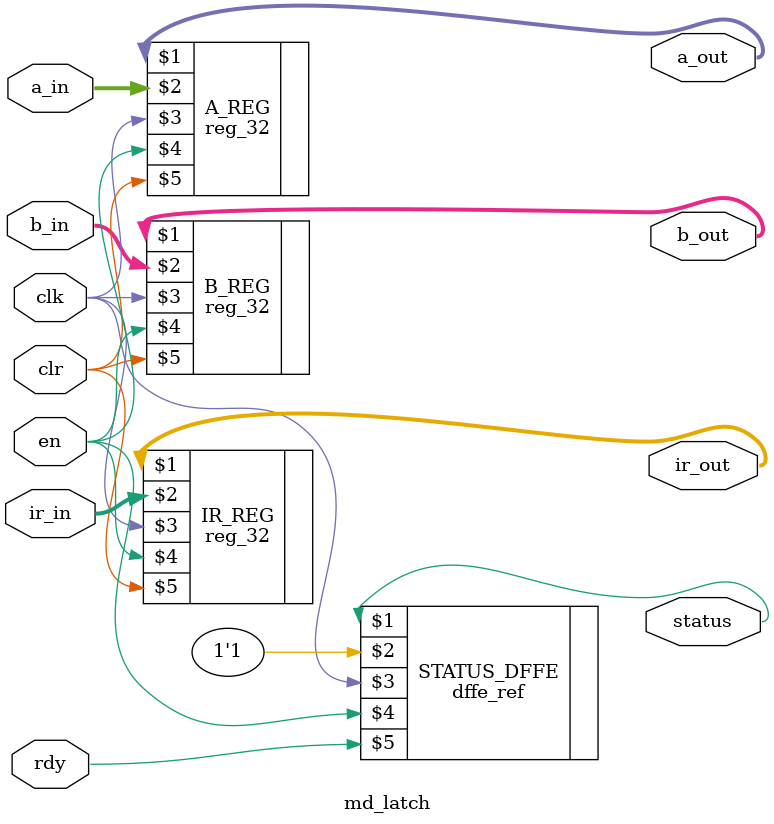
<source format=v>
module sr_latch (S, R, Q);

	input S, R; 
	output Q;
	wire not_q;

	nor(not_q, S, Q);
	nor(Q, R, not_q);

endmodule

module fd_latch(pc_in, pc_out, ir_in, ir_out, clk, en, clr);

	input [31:0] pc_in, ir_in;
	input clk, en, clr;

	output [31:0] pc_out, ir_out;

	reg_32 PC_REG(pc_out, pc_in, clk, en, clr);
	reg_32 IR_REG(ir_out, ir_in, clk, en, clr);

endmodule

module dx_latch(pc_in, pc_out, a_in, a_out, b_in, b_out, ir_in, ir_out, clk, en, clr);

	input [31:0] pc_in, a_in, b_in, ir_in;
	input clk, en, clr;

	output [31:0] pc_out, a_out, b_out, ir_out;

	reg_32 PC_REG(pc_out, pc_in, clk, en, clr);
	reg_32 A_REG(a_out, a_in, clk, en, clr);
	reg_32 B_REG(b_out, b_in, clk, en, clr);
	reg_32 IR_REG(ir_out, ir_in, clk, en, clr);

endmodule

module xm_latch(o_in, o_out, b_in, b_out, ir_in, ir_out, ovf_in, ovf_out, clk, en, clr);

	input [31:0] o_in, b_in, ir_in;
	input ovf_in, clk, en, clr;

	output [31:0] o_out, b_out, ir_out;
	output ovf_out;

	reg_32 O_REG(o_out, o_in, clk, en, clr);
	reg_32 B_REG(b_out, b_in, clk, en, clr);
	reg_32 IR_REG(ir_out, ir_in, clk, en, clr);

	dffe_ref OVF_DFFE(ovf_out, ovf_in, clk, en, clr);

endmodule

module mw_latch(o_in, o_out, d_in, d_out, ir_in, ir_out, ovf_in, ovf_out, clk, en, clr);

	input [31:0] o_in, d_in, ir_in;
	input ovf_in, clk, en, clr;

	output [31:0] o_out, d_out, ir_out;
	output ovf_out;

	reg_32 O_REG(o_out, o_in, clk, en, clr);
	reg_32 D_REG(d_out, d_in, clk, en, clr);
	reg_32 IR_REG(ir_out, ir_in, clk, en, clr);

	dffe_ref OVF_DFFE(ovf_out, ovf_in, clk, en, clr);

endmodule

module md_latch(a_in, a_out, b_in, b_out, ir_in, ir_out, clk, en, clr, rdy, status);

	input [31:0] a_in, b_in, ir_in;
	input clk, en, clr, rdy;

	output [31:0] a_out, b_out, ir_out;
	output status;

	reg_32 A_REG(a_out, a_in, clk, en, clr);
	reg_32 B_REG(b_out, b_in, clk, en, clr);
	reg_32 IR_REG(ir_out, ir_in, clk, en, clr);

	dffe_ref STATUS_DFFE(status, 1'b1, clk, en, rdy);

endmodule
</source>
